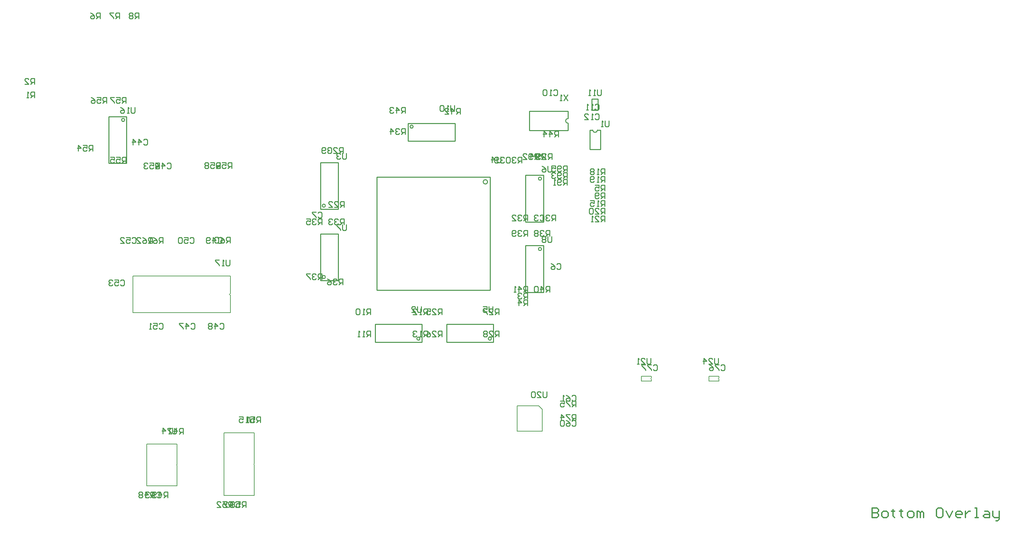
<source format=gbo>
%FSLAX25Y25*%
%MOIN*%
G70*
G01*
G75*
G04 Layer_Color=32896*
%ADD10R,0.03150X0.03543*%
%ADD11R,0.01969X0.03937*%
%ADD12O,0.01969X0.03937*%
%ADD13R,0.03543X0.03150*%
%ADD14R,0.04724X0.05512*%
%ADD15R,0.07480X0.06299*%
%ADD16O,0.01575X0.06299*%
%ADD17R,0.01575X0.06299*%
%ADD18R,0.01969X0.10630*%
%ADD19O,0.01969X0.10630*%
%ADD20R,0.08500X0.04200*%
%ADD21R,0.07500X0.42500*%
%ADD22R,0.20000X0.32500*%
%ADD23R,0.00787X0.04724*%
%ADD24O,0.00787X0.04724*%
%ADD25R,0.03937X0.01969*%
%ADD26O,0.03937X0.01969*%
%ADD27R,0.07480X0.11024*%
%ADD28C,0.00780*%
%ADD29C,0.02500*%
%ADD30C,0.01575*%
%ADD31C,0.01969*%
%ADD32C,0.00787*%
%ADD33C,0.01200*%
%ADD34C,0.03937*%
%ADD35C,0.06200*%
%ADD36C,0.07874*%
%ADD37C,0.17716*%
%ADD38R,0.05000X0.05000*%
%ADD39C,0.05000*%
%ADD40C,0.10000*%
%ADD41R,0.05906X0.05906*%
%ADD42C,0.05906*%
%ADD43C,0.11000*%
%ADD44C,0.05500*%
%ADD45R,0.05906X0.05906*%
%ADD46C,0.14000*%
%ADD47R,0.05000X0.05000*%
%ADD48C,0.08000*%
%ADD49C,0.07000*%
%ADD50R,0.08000X0.08000*%
%ADD51C,0.04331*%
%ADD52C,0.06299*%
%ADD53C,0.03000*%
%ADD54O,0.01181X0.03937*%
%ADD55R,0.01181X0.03937*%
%ADD56O,0.03150X0.00984*%
%ADD57R,0.03150X0.00984*%
%ADD58R,0.00984X0.03150*%
%ADD59O,0.07480X0.01181*%
%ADD60R,2.00000X0.06000*%
%ADD61O,0.10000X0.01181*%
%ADD62O,0.01181X0.10000*%
%ADD63O,0.01181X0.07480*%
%ADD64O,0.01772X0.05709*%
%ADD65R,0.01772X0.05709*%
%ADD66O,0.01575X0.03937*%
%ADD67R,0.01575X0.03937*%
%ADD68O,0.08000X0.02400*%
%ADD69C,0.02400*%
%ADD70C,0.01181*%
%ADD71C,0.01772*%
%ADD72C,0.00984*%
%ADD73C,0.01000*%
%ADD74C,0.00800*%
%ADD75C,0.01500*%
%ADD76R,0.08268X0.11024*%
%ADD77R,0.09449X0.09449*%
%ADD78R,0.09449X0.09449*%
%ADD79R,0.03950X0.04343*%
%ADD80R,0.02769X0.04737*%
%ADD81O,0.02769X0.04737*%
%ADD82R,0.04343X0.03950*%
%ADD83R,0.05524X0.06312*%
%ADD84R,0.08280X0.07099*%
%ADD85O,0.02375X0.07099*%
%ADD86R,0.02375X0.07099*%
%ADD87R,0.02769X0.11430*%
%ADD88O,0.02769X0.11430*%
%ADD89R,0.09300X0.05000*%
%ADD90R,0.08300X0.43300*%
%ADD91R,0.20800X0.33300*%
%ADD92R,0.01587X0.05524*%
%ADD93O,0.01587X0.05524*%
%ADD94R,0.04737X0.02769*%
%ADD95O,0.04737X0.02769*%
%ADD96R,0.08280X0.11824*%
%ADD97C,0.04737*%
%ADD98C,0.08674*%
%ADD99C,0.18517*%
%ADD100R,0.05800X0.05800*%
%ADD101C,0.05800*%
%ADD102C,0.10800*%
%ADD103R,0.06706X0.06706*%
%ADD104C,0.06706*%
%ADD105C,0.11800*%
%ADD106C,0.06300*%
%ADD107R,0.06706X0.06706*%
%ADD108C,0.14800*%
%ADD109R,0.05800X0.05800*%
%ADD110C,0.08800*%
%ADD111C,0.07800*%
%ADD112R,0.08800X0.08800*%
%ADD113C,0.05131*%
%ADD114C,0.07099*%
%ADD115C,0.03800*%
%ADD116O,0.01981X0.04737*%
%ADD117R,0.01981X0.04737*%
%ADD118O,0.03950X0.01784*%
%ADD119R,0.03950X0.01784*%
%ADD120R,0.01784X0.03950*%
%ADD121O,0.08280X0.01981*%
%ADD122R,2.00800X0.06800*%
%ADD123O,0.10800X0.01981*%
%ADD124O,0.01981X0.10800*%
%ADD125O,0.01981X0.08280*%
%ADD126O,0.02572X0.06509*%
%ADD127R,0.02572X0.06509*%
%ADD128O,0.02375X0.04737*%
%ADD129R,0.02375X0.04737*%
%ADD130O,0.08800X0.03200*%
D32*
X1520984Y796287D02*
G03*
X1520984Y795303I0J-492D01*
G01*
X1440984Y795461D02*
G03*
X1440984Y794476I0J-492D01*
G01*
X1932280Y885301D02*
G03*
X1932280Y884022I0J-640D01*
G01*
X2002279Y885301D02*
G03*
X2002279Y884022I0J-640D01*
G01*
X1496189Y972819D02*
G03*
X1496189Y971244I0J-787D01*
G01*
X1874872Y1163130D02*
G03*
X1873002Y1163130I-935J0D01*
G01*
X1489488Y763256D02*
X1520984D01*
X1489488D02*
Y828335D01*
X1520984D01*
Y796287D02*
Y828335D01*
Y763256D02*
Y795303D01*
X1409488Y773256D02*
X1440984D01*
X1409488D02*
Y816681D01*
X1440984D01*
Y795461D02*
Y816681D01*
Y773256D02*
Y794476D01*
X1819319Y830122D02*
Y852543D01*
X1793217Y830122D02*
X1819319D01*
X1793217D02*
Y856224D01*
X1815638D01*
X1819319Y852543D01*
X1922043Y882142D02*
X1932280D01*
X1922043D02*
Y887181D01*
X1932280D01*
Y885301D02*
Y887181D01*
Y882142D02*
Y884022D01*
X1992043Y882142D02*
X2002280D01*
X1992043D02*
Y887181D01*
X2002280D01*
Y885301D02*
Y887181D01*
Y882142D02*
Y884022D01*
X1395401Y952878D02*
X1496189D01*
X1395401D02*
Y991185D01*
X1496189D01*
Y972819D02*
Y991185D01*
Y952878D02*
Y971244D01*
X1873012Y1163130D02*
X1874872D01*
X1873002D02*
X1874862D01*
D33*
X2161000Y750497D02*
Y740500D01*
X2165998D01*
X2167665Y742166D01*
Y743832D01*
X2165998Y745498D01*
X2161000D01*
X2165998D01*
X2167665Y747164D01*
Y748831D01*
X2165998Y750497D01*
X2161000D01*
X2172663Y740500D02*
X2175995D01*
X2177661Y742166D01*
Y745498D01*
X2175995Y747164D01*
X2172663D01*
X2170997Y745498D01*
Y742166D01*
X2172663Y740500D01*
X2182660Y748831D02*
Y747164D01*
X2180993D01*
X2184326D01*
X2182660D01*
Y742166D01*
X2184326Y740500D01*
X2190990Y748831D02*
Y747164D01*
X2189324D01*
X2192656D01*
X2190990D01*
Y742166D01*
X2192656Y740500D01*
X2199321D02*
X2202653D01*
X2204319Y742166D01*
Y745498D01*
X2202653Y747164D01*
X2199321D01*
X2197655Y745498D01*
Y742166D01*
X2199321Y740500D01*
X2207652D02*
Y747164D01*
X2209318D01*
X2210984Y745498D01*
Y740500D01*
Y745498D01*
X2212650Y747164D01*
X2214316Y745498D01*
Y740500D01*
X2232644Y750497D02*
X2229311D01*
X2227645Y748831D01*
Y742166D01*
X2229311Y740500D01*
X2232644D01*
X2234310Y742166D01*
Y748831D01*
X2232644Y750497D01*
X2237642Y747164D02*
X2240974Y740500D01*
X2244306Y747164D01*
X2252637Y740500D02*
X2249305D01*
X2247639Y742166D01*
Y745498D01*
X2249305Y747164D01*
X2252637D01*
X2254303Y745498D01*
Y743832D01*
X2247639D01*
X2257635Y747164D02*
Y740500D01*
Y743832D01*
X2259302Y745498D01*
X2260968Y747164D01*
X2262634D01*
X2267632Y740500D02*
X2270964D01*
X2269298D01*
Y750497D01*
X2267632D01*
X2277629Y747164D02*
X2280961D01*
X2282627Y745498D01*
Y740500D01*
X2277629D01*
X2275963Y742166D01*
X2277629Y743832D01*
X2282627D01*
X2285960Y747164D02*
Y742166D01*
X2287626Y740500D01*
X2292624D01*
Y738834D01*
X2290958Y737168D01*
X2289292D01*
X2292624Y740500D02*
Y747164D01*
D73*
X1594678Y989968D02*
G03*
X1594678Y989968I-1623J0D01*
G01*
X1762682Y1088682D02*
G03*
X1762682Y1088682I-2296J0D01*
G01*
X1685592Y1145945D02*
G03*
X1685592Y1145945I-1623J0D01*
G01*
X1692655Y926055D02*
G03*
X1692655Y926055I-1623J0D01*
G01*
X1818568Y1019032D02*
G03*
X1818568Y1019032I-1623J0D01*
G01*
X1766655Y926055D02*
G03*
X1766655Y926055I-1623J0D01*
G01*
X1594678Y1063968D02*
G03*
X1594678Y1063968I-1623J0D01*
G01*
X1846000Y1154500D02*
G03*
X1846000Y1149500I0J-2500D01*
G01*
X1386796Y1152929D02*
G03*
X1386796Y1152929I-1623J0D01*
G01*
X1818568Y1092031D02*
G03*
X1818568Y1092031I-1623J0D01*
G01*
X1871500Y1142500D02*
G03*
X1876500Y1142500I2500J0D01*
G01*
X1589512Y1034850D02*
X1608016D01*
Y986425D02*
Y1034850D01*
X1589512Y986425D02*
Y1034850D01*
Y986425D02*
X1608016D01*
X1647984Y976366D02*
X1765307D01*
Y1093591D01*
X1647984Y976366D02*
Y1093591D01*
X1765307D01*
X1728850Y1130984D02*
Y1149488D01*
X1680425Y1130984D02*
X1728850D01*
X1680425Y1149488D02*
X1728850D01*
X1680425Y1130984D02*
Y1149488D01*
X1646150Y922512D02*
Y941016D01*
X1694575D01*
X1646150Y922512D02*
X1694575D01*
Y941016D01*
X1801984Y974150D02*
X1820488D01*
X1801984D02*
Y1022575D01*
X1820488Y974150D02*
Y1022575D01*
X1801984D02*
X1820488D01*
X1720150Y922512D02*
Y941016D01*
X1768575D01*
X1720150Y922512D02*
X1768575D01*
Y941016D01*
X1589512Y1108850D02*
X1608016D01*
Y1060425D02*
Y1108850D01*
X1589512Y1060425D02*
Y1108850D01*
Y1060425D02*
X1608016D01*
X1846000Y1142000D02*
Y1149500D01*
Y1154500D02*
Y1162000D01*
X1806000D02*
X1846000D01*
X1806000Y1142000D02*
Y1162000D01*
Y1142000D02*
X1846000D01*
X1370212Y1156473D02*
X1388716D01*
X1370212Y1108048D02*
X1388716D01*
Y1156473D01*
X1370212Y1108048D02*
Y1156473D01*
X1801984Y1047150D02*
X1820488D01*
X1801984D02*
Y1095575D01*
X1820488Y1047150D02*
Y1095575D01*
X1801984D02*
X1820488D01*
X1868500Y1122500D02*
X1879500D01*
Y1142500D01*
X1868500Y1122500D02*
Y1142500D01*
X1871500D01*
X1876500D02*
X1879500D01*
X1870787Y1163031D02*
X1876890D01*
X1870787D02*
X1870886Y1163130D01*
X1870787Y1163031D02*
Y1174843D01*
X1876988D01*
Y1163130D02*
Y1174843D01*
X1874872Y1163130D02*
X1876988D01*
X1596901Y1123398D02*
X1597901Y1124398D01*
X1599900D01*
X1600900Y1123398D01*
Y1119400D01*
X1599900Y1118400D01*
X1597901D01*
X1596901Y1119400D01*
X1594902D02*
X1593902Y1118400D01*
X1591903D01*
X1590903Y1119400D01*
Y1123398D01*
X1591903Y1124398D01*
X1593902D01*
X1594902Y1123398D01*
Y1122399D01*
X1593902Y1121399D01*
X1590903D01*
X1420401Y765898D02*
X1421401Y766898D01*
X1423400D01*
X1424400Y765898D01*
Y761900D01*
X1423400Y760900D01*
X1421401D01*
X1420401Y761900D01*
X1415403Y760900D02*
Y766898D01*
X1418402Y763899D01*
X1414403D01*
X1412404Y765898D02*
X1411404Y766898D01*
X1409405D01*
X1408405Y765898D01*
Y764899D01*
X1409405Y763899D01*
X1410404D01*
X1409405D01*
X1408405Y762899D01*
Y761900D01*
X1409405Y760900D01*
X1411404D01*
X1412404Y761900D01*
X1447400Y826900D02*
Y832898D01*
X1444401D01*
X1443401Y831898D01*
Y829899D01*
X1444401Y828899D01*
X1447400D01*
X1445401D02*
X1443401Y826900D01*
X1438403D02*
Y832898D01*
X1441402Y829899D01*
X1437403D01*
X1435404Y832898D02*
X1431405D01*
Y831898D01*
X1435404Y827900D01*
Y826900D01*
X1527400Y838900D02*
Y844898D01*
X1524401D01*
X1523401Y843898D01*
Y841899D01*
X1524401Y840899D01*
X1527400D01*
X1525401D02*
X1523401Y838900D01*
X1517403Y844898D02*
X1521402D01*
Y841899D01*
X1519403Y842899D01*
X1518403D01*
X1517403Y841899D01*
Y839900D01*
X1518403Y838900D01*
X1520402D01*
X1521402Y839900D01*
X1515404Y838900D02*
X1513404D01*
X1514404D01*
Y844898D01*
X1515404Y843898D01*
X1501401Y755898D02*
X1502401Y756898D01*
X1504400D01*
X1505400Y755898D01*
Y751900D01*
X1504400Y750900D01*
X1502401D01*
X1501401Y751900D01*
X1496403Y750900D02*
Y756898D01*
X1499402Y753899D01*
X1495403D01*
X1489405Y750900D02*
X1493404D01*
X1489405Y754899D01*
Y755898D01*
X1490405Y756898D01*
X1492404D01*
X1493404Y755898D01*
X1498400Y750900D02*
Y756898D01*
X1495401D01*
X1494401Y755898D01*
Y753899D01*
X1495401Y752899D01*
X1498400D01*
X1496401D02*
X1494401Y750900D01*
X1488403Y756898D02*
X1492402D01*
Y753899D01*
X1490403Y754899D01*
X1489403D01*
X1488403Y753899D01*
Y751900D01*
X1489403Y750900D01*
X1491402D01*
X1492402Y751900D01*
X1482405Y750900D02*
X1486404D01*
X1482405Y754899D01*
Y755898D01*
X1483405Y756898D01*
X1485404D01*
X1486404Y755898D01*
X1512400Y750900D02*
Y756898D01*
X1509401D01*
X1508401Y755898D01*
Y753899D01*
X1509401Y752899D01*
X1512400D01*
X1510401D02*
X1508401Y750900D01*
X1502403Y756898D02*
X1506402D01*
Y753899D01*
X1504403Y754899D01*
X1503403D01*
X1502403Y753899D01*
Y751900D01*
X1503403Y750900D01*
X1505402D01*
X1506402Y751900D01*
X1500404Y755898D02*
X1499404Y756898D01*
X1497405D01*
X1496405Y755898D01*
Y751900D01*
X1497405Y750900D01*
X1499404D01*
X1500404Y751900D01*
Y755898D01*
X2001700Y905598D02*
Y900600D01*
X2000700Y899600D01*
X1998701D01*
X1997701Y900600D01*
Y905598D01*
X1991703Y899600D02*
X1995702D01*
X1991703Y903599D01*
Y904598D01*
X1992703Y905598D01*
X1994702D01*
X1995702Y904598D01*
X1986705Y899600D02*
Y905598D01*
X1989704Y902599D01*
X1985705D01*
X1931700Y905598D02*
Y900600D01*
X1930700Y899600D01*
X1928701D01*
X1927701Y900600D01*
Y905598D01*
X1921703Y899600D02*
X1925702D01*
X1921703Y903599D01*
Y904598D01*
X1922703Y905598D01*
X1924702D01*
X1925702Y904598D01*
X1919704Y899600D02*
X1917705D01*
X1918704D01*
Y905598D01*
X1919704Y904598D01*
X1824000Y870898D02*
Y865900D01*
X1823000Y864900D01*
X1821001D01*
X1820001Y865900D01*
Y870898D01*
X1814003Y864900D02*
X1818002D01*
X1814003Y868899D01*
Y869898D01*
X1815003Y870898D01*
X1817002D01*
X1818002Y869898D01*
X1812004D02*
X1811004Y870898D01*
X1809005D01*
X1808005Y869898D01*
Y865900D01*
X1809005Y864900D01*
X1811004D01*
X1812004Y865900D01*
Y869898D01*
X1844900Y1099400D02*
Y1105398D01*
X1841901D01*
X1840901Y1104398D01*
Y1102399D01*
X1841901Y1101399D01*
X1844900D01*
X1842901D02*
X1840901Y1099400D01*
X1838902Y1100400D02*
X1837902Y1099400D01*
X1835903D01*
X1834903Y1100400D01*
Y1104398D01*
X1835903Y1105398D01*
X1837902D01*
X1838902Y1104398D01*
Y1103399D01*
X1837902Y1102399D01*
X1834903D01*
X1828905Y1105398D02*
X1832904D01*
Y1102399D01*
X1830905Y1103399D01*
X1829905D01*
X1828905Y1102399D01*
Y1100400D01*
X1829905Y1099400D01*
X1831904D01*
X1832904Y1100400D01*
X1822400Y1111900D02*
Y1117898D01*
X1819401D01*
X1818401Y1116898D01*
Y1114899D01*
X1819401Y1113899D01*
X1822400D01*
X1820401D02*
X1818401Y1111900D01*
X1816402Y1112900D02*
X1815402Y1111900D01*
X1813403D01*
X1812403Y1112900D01*
Y1116898D01*
X1813403Y1117898D01*
X1815402D01*
X1816402Y1116898D01*
Y1115899D01*
X1815402Y1114899D01*
X1812403D01*
X1807405Y1111900D02*
Y1117898D01*
X1810404Y1114899D01*
X1806405D01*
X1844900Y1092400D02*
Y1098398D01*
X1841901D01*
X1840901Y1097398D01*
Y1095399D01*
X1841901Y1094399D01*
X1844900D01*
X1842901D02*
X1840901Y1092400D01*
X1838902Y1093400D02*
X1837902Y1092400D01*
X1835903D01*
X1834903Y1093400D01*
Y1097398D01*
X1835903Y1098398D01*
X1837902D01*
X1838902Y1097398D01*
Y1096399D01*
X1837902Y1095399D01*
X1834903D01*
X1832904Y1097398D02*
X1831904Y1098398D01*
X1829905D01*
X1828905Y1097398D01*
Y1096399D01*
X1829905Y1095399D01*
X1830905D01*
X1829905D01*
X1828905Y1094399D01*
Y1093400D01*
X1829905Y1092400D01*
X1831904D01*
X1832904Y1093400D01*
X1815400Y1111900D02*
Y1117898D01*
X1812401D01*
X1811401Y1116898D01*
Y1114899D01*
X1812401Y1113899D01*
X1815400D01*
X1813401D02*
X1811401Y1111900D01*
X1809402Y1112900D02*
X1808402Y1111900D01*
X1806403D01*
X1805403Y1112900D01*
Y1116898D01*
X1806403Y1117898D01*
X1808402D01*
X1809402Y1116898D01*
Y1115899D01*
X1808402Y1114899D01*
X1805403D01*
X1799405Y1111900D02*
X1803404D01*
X1799405Y1115899D01*
Y1116898D01*
X1800405Y1117898D01*
X1802404D01*
X1803404Y1116898D01*
X1934401Y897898D02*
X1935401Y898898D01*
X1937400D01*
X1938400Y897898D01*
Y893900D01*
X1937400Y892900D01*
X1935401D01*
X1934401Y893900D01*
X1932402Y898898D02*
X1928403D01*
Y897898D01*
X1932402Y893900D01*
Y892900D01*
X1926404Y898898D02*
X1922405D01*
Y897898D01*
X1926404Y893900D01*
Y892900D01*
X2004401Y897898D02*
X2005401Y898898D01*
X2007400D01*
X2008400Y897898D01*
Y893900D01*
X2007400Y892900D01*
X2005401D01*
X2004401Y893900D01*
X2002402Y898898D02*
X1998403D01*
Y897898D01*
X2002402Y893900D01*
Y892900D01*
X1992405Y898898D02*
X1994404Y897898D01*
X1996404Y895899D01*
Y893900D01*
X1995404Y892900D01*
X1993405D01*
X1992405Y893900D01*
Y894899D01*
X1993405Y895899D01*
X1996404D01*
X1495600Y1007798D02*
Y1002800D01*
X1494600Y1001800D01*
X1492601D01*
X1491601Y1002800D01*
Y1007798D01*
X1489602Y1001800D02*
X1487603D01*
X1488602D01*
Y1007798D01*
X1489602Y1006798D01*
X1484604Y1007798D02*
X1480605D01*
Y1006798D01*
X1484604Y1002800D01*
Y1001800D01*
X1497522Y1102563D02*
Y1108561D01*
X1494523D01*
X1493524Y1107561D01*
Y1105562D01*
X1494523Y1104562D01*
X1497522D01*
X1495523D02*
X1493524Y1102563D01*
X1487525Y1108561D02*
X1491524D01*
Y1105562D01*
X1489525Y1106561D01*
X1488525D01*
X1487525Y1105562D01*
Y1103562D01*
X1488525Y1102563D01*
X1490524D01*
X1491524Y1103562D01*
X1485526D02*
X1484526Y1102563D01*
X1482527D01*
X1481527Y1103562D01*
Y1107561D01*
X1482527Y1108561D01*
X1484526D01*
X1485526Y1107561D01*
Y1106561D01*
X1484526Y1105562D01*
X1481527D01*
X1485522Y1102563D02*
Y1108561D01*
X1482523D01*
X1481524Y1107561D01*
Y1105562D01*
X1482523Y1104562D01*
X1485522D01*
X1483523D02*
X1481524Y1102563D01*
X1475525Y1108561D02*
X1479524D01*
Y1105562D01*
X1477525Y1106561D01*
X1476525D01*
X1475525Y1105562D01*
Y1103562D01*
X1476525Y1102563D01*
X1478524D01*
X1479524Y1103562D01*
X1473526Y1107561D02*
X1472526Y1108561D01*
X1470527D01*
X1469527Y1107561D01*
Y1106561D01*
X1470527Y1105562D01*
X1469527Y1104562D01*
Y1103562D01*
X1470527Y1102563D01*
X1472526D01*
X1473526Y1103562D01*
Y1104562D01*
X1472526Y1105562D01*
X1473526Y1106561D01*
Y1107561D01*
X1472526Y1105562D02*
X1470527D01*
X1388100Y1170300D02*
Y1176298D01*
X1385101D01*
X1384101Y1175298D01*
Y1173299D01*
X1385101Y1172299D01*
X1388100D01*
X1386101D02*
X1384101Y1170300D01*
X1378103Y1176298D02*
X1382102D01*
Y1173299D01*
X1380103Y1174299D01*
X1379103D01*
X1378103Y1173299D01*
Y1171300D01*
X1379103Y1170300D01*
X1381102D01*
X1382102Y1171300D01*
X1376104Y1176298D02*
X1372105D01*
Y1175298D01*
X1376104Y1171300D01*
Y1170300D01*
X1883900Y1055400D02*
Y1061398D01*
X1880901D01*
X1879901Y1060398D01*
Y1058399D01*
X1880901Y1057399D01*
X1883900D01*
X1881901D02*
X1879901Y1055400D01*
X1873903D02*
X1877902D01*
X1873903Y1059399D01*
Y1060398D01*
X1874903Y1061398D01*
X1876902D01*
X1877902Y1060398D01*
X1871904D02*
X1870904Y1061398D01*
X1868905D01*
X1867905Y1060398D01*
Y1056400D01*
X1868905Y1055400D01*
X1870904D01*
X1871904Y1056400D01*
Y1060398D01*
X1361400Y1257900D02*
Y1263898D01*
X1358401D01*
X1357401Y1262898D01*
Y1260899D01*
X1358401Y1259899D01*
X1361400D01*
X1359401D02*
X1357401Y1257900D01*
X1351403Y1263898D02*
X1353403Y1262898D01*
X1355402Y1260899D01*
Y1258900D01*
X1354402Y1257900D01*
X1352403D01*
X1351403Y1258900D01*
Y1259899D01*
X1352403Y1260899D01*
X1355402D01*
X1454401Y1029898D02*
X1455401Y1030898D01*
X1457400D01*
X1458400Y1029898D01*
Y1025900D01*
X1457400Y1024900D01*
X1455401D01*
X1454401Y1025900D01*
X1448403Y1030898D02*
X1452402D01*
Y1027899D01*
X1450403Y1028899D01*
X1449403D01*
X1448403Y1027899D01*
Y1025900D01*
X1449403Y1024900D01*
X1451402D01*
X1452402Y1025900D01*
X1446404Y1029898D02*
X1445404Y1030898D01*
X1443405D01*
X1442405Y1029898D01*
Y1025900D01*
X1443405Y1024900D01*
X1445404D01*
X1446404Y1025900D01*
Y1029898D01*
X1394401D02*
X1395401Y1030898D01*
X1397400D01*
X1398400Y1029898D01*
Y1025900D01*
X1397400Y1024900D01*
X1395401D01*
X1394401Y1025900D01*
X1388403Y1030898D02*
X1392402D01*
Y1027899D01*
X1390403Y1028899D01*
X1389403D01*
X1388403Y1027899D01*
Y1025900D01*
X1389403Y1024900D01*
X1391402D01*
X1392402Y1025900D01*
X1382405Y1024900D02*
X1386404D01*
X1382405Y1028899D01*
Y1029898D01*
X1383405Y1030898D01*
X1385404D01*
X1386404Y1029898D01*
X1430523Y1107461D02*
X1431523Y1108461D01*
X1433523D01*
X1434522Y1107461D01*
Y1103462D01*
X1433523Y1102463D01*
X1431523D01*
X1430523Y1103462D01*
X1425525Y1102463D02*
Y1108461D01*
X1428524Y1105462D01*
X1424525D01*
X1418527Y1108461D02*
X1420527Y1107461D01*
X1422526Y1105462D01*
Y1103462D01*
X1421526Y1102463D01*
X1419527D01*
X1418527Y1103462D01*
Y1104462D01*
X1419527Y1105462D01*
X1422526D01*
X1406401Y1131898D02*
X1407401Y1132898D01*
X1409400D01*
X1410400Y1131898D01*
Y1127900D01*
X1409400Y1126900D01*
X1407401D01*
X1406401Y1127900D01*
X1401403Y1126900D02*
Y1132898D01*
X1404402Y1129899D01*
X1400403D01*
X1395405Y1126900D02*
Y1132898D01*
X1398404Y1129899D01*
X1394405D01*
X1483401Y1029898D02*
X1484401Y1030898D01*
X1486400D01*
X1487400Y1029898D01*
Y1025900D01*
X1486400Y1024900D01*
X1484401D01*
X1483401Y1025900D01*
X1478403Y1024900D02*
Y1030898D01*
X1481402Y1027899D01*
X1477403D01*
X1475404Y1025900D02*
X1474404Y1024900D01*
X1472405D01*
X1471405Y1025900D01*
Y1029898D01*
X1472405Y1030898D01*
X1474404D01*
X1475404Y1029898D01*
Y1028899D01*
X1474404Y1027899D01*
X1471405D01*
X1422401Y940898D02*
X1423401Y941898D01*
X1425400D01*
X1426400Y940898D01*
Y936900D01*
X1425400Y935900D01*
X1423401D01*
X1422401Y936900D01*
X1416403Y941898D02*
X1420402D01*
Y938899D01*
X1418403Y939899D01*
X1417403D01*
X1416403Y938899D01*
Y936900D01*
X1417403Y935900D01*
X1419402D01*
X1420402Y936900D01*
X1414404Y935900D02*
X1412405D01*
X1413404D01*
Y941898D01*
X1414404Y940898D01*
X1485401D02*
X1486401Y941898D01*
X1488400D01*
X1489400Y940898D01*
Y936900D01*
X1488400Y935900D01*
X1486401D01*
X1485401Y936900D01*
X1480403Y935900D02*
Y941898D01*
X1483402Y938899D01*
X1479403D01*
X1477404Y940898D02*
X1476404Y941898D01*
X1474405D01*
X1473405Y940898D01*
Y939899D01*
X1474405Y938899D01*
X1473405Y937899D01*
Y936900D01*
X1474405Y935900D01*
X1476404D01*
X1477404Y936900D01*
Y937899D01*
X1476404Y938899D01*
X1477404Y939899D01*
Y940898D01*
X1476404Y938899D02*
X1474405D01*
X1455401Y940898D02*
X1456401Y941898D01*
X1458400D01*
X1459400Y940898D01*
Y936900D01*
X1458400Y935900D01*
X1456401D01*
X1455401Y936900D01*
X1450403Y935900D02*
Y941898D01*
X1453402Y938899D01*
X1449403D01*
X1447404Y941898D02*
X1443405D01*
Y940898D01*
X1447404Y936900D01*
Y935900D01*
X1368100Y1170300D02*
Y1176298D01*
X1365101D01*
X1364101Y1175298D01*
Y1173299D01*
X1365101Y1172299D01*
X1368100D01*
X1366101D02*
X1364101Y1170300D01*
X1358103Y1176298D02*
X1362102D01*
Y1173299D01*
X1360103Y1174299D01*
X1359103D01*
X1358103Y1173299D01*
Y1171300D01*
X1359103Y1170300D01*
X1361102D01*
X1362102Y1171300D01*
X1352105Y1176298D02*
X1354105Y1175298D01*
X1356104Y1173299D01*
Y1171300D01*
X1355104Y1170300D01*
X1353105D01*
X1352105Y1171300D01*
Y1172299D01*
X1353105Y1173299D01*
X1356104D01*
X1388100Y1108300D02*
Y1114298D01*
X1385101D01*
X1384101Y1113298D01*
Y1111299D01*
X1385101Y1110299D01*
X1388100D01*
X1386101D02*
X1384101Y1108300D01*
X1378103Y1114298D02*
X1382102D01*
Y1111299D01*
X1380103Y1112299D01*
X1379103D01*
X1378103Y1111299D01*
Y1109300D01*
X1379103Y1108300D01*
X1381102D01*
X1382102Y1109300D01*
X1372105Y1114298D02*
X1376104D01*
Y1111299D01*
X1374104Y1112299D01*
X1373105D01*
X1372105Y1111299D01*
Y1109300D01*
X1373105Y1108300D01*
X1375104D01*
X1376104Y1109300D01*
X1353600Y1120800D02*
Y1126798D01*
X1350601D01*
X1349601Y1125798D01*
Y1123799D01*
X1350601Y1122799D01*
X1353600D01*
X1351601D02*
X1349601Y1120800D01*
X1343603Y1126798D02*
X1347602D01*
Y1123799D01*
X1345603Y1124799D01*
X1344603D01*
X1343603Y1123799D01*
Y1121800D01*
X1344603Y1120800D01*
X1346602D01*
X1347602Y1121800D01*
X1338605Y1120800D02*
Y1126798D01*
X1341604Y1123799D01*
X1337605D01*
X1520400Y844998D02*
Y840000D01*
X1519400Y839000D01*
X1517401D01*
X1516401Y840000D01*
Y844998D01*
X1514402Y839000D02*
X1512403D01*
X1513402D01*
Y844998D01*
X1514402Y843998D01*
X1505405Y844998D02*
X1509404D01*
Y841999D01*
X1507404Y842999D01*
X1506404D01*
X1505405Y841999D01*
Y840000D01*
X1506404Y839000D01*
X1508404D01*
X1509404Y840000D01*
X1844900Y1085400D02*
Y1091398D01*
X1841901D01*
X1840901Y1090398D01*
Y1088399D01*
X1841901Y1087399D01*
X1844900D01*
X1842901D02*
X1840901Y1085400D01*
X1838902Y1086400D02*
X1837902Y1085400D01*
X1835903D01*
X1834903Y1086400D01*
Y1090398D01*
X1835903Y1091398D01*
X1837902D01*
X1838902Y1090398D01*
Y1089399D01*
X1837902Y1088399D01*
X1834903D01*
X1832904Y1085400D02*
X1830905D01*
X1831904D01*
Y1091398D01*
X1832904Y1090398D01*
X1422522Y1102463D02*
Y1108461D01*
X1419523D01*
X1418524Y1107461D01*
Y1105462D01*
X1419523Y1104462D01*
X1422522D01*
X1420523D02*
X1418524Y1102463D01*
X1412525Y1108461D02*
X1416524D01*
Y1105462D01*
X1414525Y1106461D01*
X1413525D01*
X1412525Y1105462D01*
Y1103462D01*
X1413525Y1102463D01*
X1415524D01*
X1416524Y1103462D01*
X1410526Y1107461D02*
X1409526Y1108461D01*
X1407527D01*
X1406527Y1107461D01*
Y1106461D01*
X1407527Y1105462D01*
X1408527D01*
X1407527D01*
X1406527Y1104462D01*
Y1103462D01*
X1407527Y1102463D01*
X1409526D01*
X1410526Y1103462D01*
X1853900Y841400D02*
Y847398D01*
X1850901D01*
X1849901Y846398D01*
Y844399D01*
X1850901Y843399D01*
X1853900D01*
X1851901D02*
X1849901Y841400D01*
X1847902Y847398D02*
X1843903D01*
Y846398D01*
X1847902Y842400D01*
Y841400D01*
X1838905D02*
Y847398D01*
X1841904Y844399D01*
X1837905D01*
X1431400Y760900D02*
Y766898D01*
X1428401D01*
X1427401Y765898D01*
Y763899D01*
X1428401Y762899D01*
X1431400D01*
X1429401D02*
X1427401Y760900D01*
X1422403D02*
Y766898D01*
X1425402Y763899D01*
X1421403D01*
X1419404Y761900D02*
X1418404Y760900D01*
X1416405D01*
X1415405Y761900D01*
Y765898D01*
X1416405Y766898D01*
X1418404D01*
X1419404Y765898D01*
Y764899D01*
X1418404Y763899D01*
X1415405D01*
X1417400Y760900D02*
Y766898D01*
X1414401D01*
X1413401Y765898D01*
Y763899D01*
X1414401Y762899D01*
X1417400D01*
X1415401D02*
X1413401Y760900D01*
X1408403D02*
Y766898D01*
X1411402Y763899D01*
X1407403D01*
X1405404Y765898D02*
X1404404Y766898D01*
X1402405D01*
X1401405Y765898D01*
Y764899D01*
X1402405Y763899D01*
X1401405Y762899D01*
Y761900D01*
X1402405Y760900D01*
X1404404D01*
X1405404Y761900D01*
Y762899D01*
X1404404Y763899D01*
X1405404Y764899D01*
Y765898D01*
X1404404Y763899D02*
X1402405D01*
X1816901Y1053398D02*
X1817901Y1054398D01*
X1819900D01*
X1820900Y1053398D01*
Y1049400D01*
X1819900Y1048400D01*
X1817901D01*
X1816901Y1049400D01*
X1814902Y1053398D02*
X1813902Y1054398D01*
X1811903D01*
X1810903Y1053398D01*
Y1052399D01*
X1811903Y1051399D01*
X1812903D01*
X1811903D01*
X1810903Y1050399D01*
Y1049400D01*
X1811903Y1048400D01*
X1813902D01*
X1814902Y1049400D01*
X1834401Y1002898D02*
X1835401Y1003898D01*
X1837400D01*
X1838400Y1002898D01*
Y998900D01*
X1837400Y997900D01*
X1835401D01*
X1834401Y998900D01*
X1828403Y1003898D02*
X1830403Y1002898D01*
X1832402Y1000899D01*
Y998900D01*
X1831402Y997900D01*
X1829403D01*
X1828403Y998900D01*
Y999899D01*
X1829403Y1000899D01*
X1832402D01*
X1586901Y1056398D02*
X1587901Y1057398D01*
X1589900D01*
X1590900Y1056398D01*
Y1052400D01*
X1589900Y1051400D01*
X1587901D01*
X1586901Y1052400D01*
X1584902Y1057398D02*
X1580903D01*
Y1056398D01*
X1584902Y1052400D01*
Y1051400D01*
X1830901Y1183398D02*
X1831901Y1184398D01*
X1833900D01*
X1834900Y1183398D01*
Y1179400D01*
X1833900Y1178400D01*
X1831901D01*
X1830901Y1179400D01*
X1828902Y1178400D02*
X1826903D01*
X1827902D01*
Y1184398D01*
X1828902Y1183398D01*
X1823904D02*
X1822904Y1184398D01*
X1820905D01*
X1819905Y1183398D01*
Y1179400D01*
X1820905Y1178400D01*
X1822904D01*
X1823904Y1179400D01*
Y1183398D01*
X1873901Y1168398D02*
X1874901Y1169398D01*
X1876900D01*
X1877900Y1168398D01*
Y1164400D01*
X1876900Y1163400D01*
X1874901D01*
X1873901Y1164400D01*
X1871902Y1163400D02*
X1869903D01*
X1870902D01*
Y1169398D01*
X1871902Y1168398D01*
X1866904Y1163400D02*
X1864904D01*
X1865904D01*
Y1169398D01*
X1866904Y1168398D01*
X1873901Y1158398D02*
X1874901Y1159398D01*
X1876900D01*
X1877900Y1158398D01*
Y1154400D01*
X1876900Y1153400D01*
X1874901D01*
X1873901Y1154400D01*
X1871902Y1153400D02*
X1869903D01*
X1870902D01*
Y1159398D01*
X1871902Y1158398D01*
X1862905Y1153400D02*
X1866904D01*
X1862905Y1157399D01*
Y1158398D01*
X1863905Y1159398D01*
X1865904D01*
X1866904Y1158398D01*
X1781901Y1113398D02*
X1782901Y1114398D01*
X1784900D01*
X1785900Y1113398D01*
Y1109400D01*
X1784900Y1108400D01*
X1782901D01*
X1781901Y1109400D01*
X1779902Y1113398D02*
X1778902Y1114398D01*
X1776903D01*
X1775903Y1113398D01*
Y1112399D01*
X1776903Y1111399D01*
X1777903D01*
X1776903D01*
X1775903Y1110399D01*
Y1109400D01*
X1776903Y1108400D01*
X1778902D01*
X1779902Y1109400D01*
X1773904D02*
X1772904Y1108400D01*
X1770905D01*
X1769905Y1109400D01*
Y1113398D01*
X1770905Y1114398D01*
X1772904D01*
X1773904Y1113398D01*
Y1112399D01*
X1772904Y1111399D01*
X1769905D01*
X1293400Y1175900D02*
Y1181898D01*
X1290401D01*
X1289401Y1180898D01*
Y1178899D01*
X1290401Y1177899D01*
X1293400D01*
X1291401D02*
X1289401Y1175900D01*
X1287402D02*
X1285403D01*
X1286402D01*
Y1181898D01*
X1287402Y1180898D01*
X1293400Y1189900D02*
Y1195898D01*
X1290401D01*
X1289401Y1194898D01*
Y1192899D01*
X1290401Y1191899D01*
X1293400D01*
X1291401D02*
X1289401Y1189900D01*
X1283403D02*
X1287402D01*
X1283403Y1193899D01*
Y1194898D01*
X1284403Y1195898D01*
X1286402D01*
X1287402Y1194898D01*
X1803900Y967400D02*
Y973398D01*
X1800901D01*
X1799901Y972398D01*
Y970399D01*
X1800901Y969399D01*
X1803900D01*
X1801901D02*
X1799901Y967400D01*
X1797902Y972398D02*
X1796902Y973398D01*
X1794903D01*
X1793903Y972398D01*
Y971399D01*
X1794903Y970399D01*
X1795903D01*
X1794903D01*
X1793903Y969399D01*
Y968400D01*
X1794903Y967400D01*
X1796902D01*
X1797902Y968400D01*
X1803900Y960400D02*
Y966398D01*
X1800901D01*
X1799901Y965398D01*
Y963399D01*
X1800901Y962399D01*
X1803900D01*
X1801901D02*
X1799901Y960400D01*
X1794903D02*
Y966398D01*
X1797902Y963399D01*
X1793903D01*
X1381400Y1257900D02*
Y1263898D01*
X1378401D01*
X1377401Y1262898D01*
Y1260899D01*
X1378401Y1259899D01*
X1381400D01*
X1379401D02*
X1377401Y1257900D01*
X1375402Y1263898D02*
X1371403D01*
Y1262898D01*
X1375402Y1258900D01*
Y1257900D01*
X1401400D02*
Y1263898D01*
X1398401D01*
X1397401Y1262898D01*
Y1260899D01*
X1398401Y1259899D01*
X1401400D01*
X1399401D02*
X1397401Y1257900D01*
X1395402Y1262898D02*
X1394402Y1263898D01*
X1392403D01*
X1391403Y1262898D01*
Y1261899D01*
X1392403Y1260899D01*
X1391403Y1259899D01*
Y1258900D01*
X1392403Y1257900D01*
X1394402D01*
X1395402Y1258900D01*
Y1259899D01*
X1394402Y1260899D01*
X1395402Y1261899D01*
Y1262898D01*
X1394402Y1260899D02*
X1392403D01*
X1700400Y950900D02*
Y956898D01*
X1697401D01*
X1696401Y955898D01*
Y953899D01*
X1697401Y952899D01*
X1700400D01*
X1698401D02*
X1696401Y950900D01*
X1694402D02*
X1692403D01*
X1693402D01*
Y956898D01*
X1694402Y955898D01*
X1685405Y950900D02*
X1689404D01*
X1685405Y954899D01*
Y955898D01*
X1686404Y956898D01*
X1688404D01*
X1689404Y955898D01*
X1700400Y927900D02*
Y933898D01*
X1697401D01*
X1696401Y932898D01*
Y930899D01*
X1697401Y929899D01*
X1700400D01*
X1698401D02*
X1696401Y927900D01*
X1694402D02*
X1692403D01*
X1693402D01*
Y933898D01*
X1694402Y932898D01*
X1689404D02*
X1688404Y933898D01*
X1686404D01*
X1685405Y932898D01*
Y931899D01*
X1686404Y930899D01*
X1687404D01*
X1686404D01*
X1685405Y929899D01*
Y928900D01*
X1686404Y927900D01*
X1688404D01*
X1689404Y928900D01*
X1883945Y1063400D02*
Y1069398D01*
X1880946D01*
X1879946Y1068398D01*
Y1066399D01*
X1880946Y1065399D01*
X1883945D01*
X1881945D02*
X1879946Y1063400D01*
X1877947D02*
X1875948D01*
X1876947D01*
Y1069398D01*
X1877947Y1068398D01*
X1868950Y1069398D02*
X1872948D01*
Y1066399D01*
X1870949Y1067399D01*
X1869949D01*
X1868950Y1066399D01*
Y1064400D01*
X1869949Y1063400D01*
X1871949D01*
X1872948Y1064400D01*
X1613930Y1062345D02*
Y1068343D01*
X1610931D01*
X1609931Y1067343D01*
Y1065344D01*
X1610931Y1064344D01*
X1613930D01*
X1611931D02*
X1609931Y1062345D01*
X1603933D02*
X1607932D01*
X1603933Y1066344D01*
Y1067343D01*
X1604933Y1068343D01*
X1606932D01*
X1607932Y1067343D01*
X1597935Y1062345D02*
X1601934D01*
X1597935Y1066344D01*
Y1067343D01*
X1598935Y1068343D01*
X1600934D01*
X1601934Y1067343D01*
X1883900Y1096400D02*
Y1102398D01*
X1880901D01*
X1879901Y1101398D01*
Y1099399D01*
X1880901Y1098399D01*
X1883900D01*
X1881901D02*
X1879901Y1096400D01*
X1877902D02*
X1875903D01*
X1876902D01*
Y1102398D01*
X1877902Y1101398D01*
X1872904D02*
X1871904Y1102398D01*
X1869905D01*
X1868905Y1101398D01*
Y1100399D01*
X1869905Y1099399D01*
X1868905Y1098399D01*
Y1097400D01*
X1869905Y1096400D01*
X1871904D01*
X1872904Y1097400D01*
Y1098399D01*
X1871904Y1099399D01*
X1872904Y1100399D01*
Y1101398D01*
X1871904Y1099399D02*
X1869905D01*
X1612930Y1118345D02*
Y1124343D01*
X1609931D01*
X1608931Y1123343D01*
Y1121344D01*
X1609931Y1120344D01*
X1612930D01*
X1610931D02*
X1608931Y1118345D01*
X1602933D02*
X1606932D01*
X1602933Y1122344D01*
Y1123343D01*
X1603933Y1124343D01*
X1605932D01*
X1606932Y1123343D01*
X1600934D02*
X1599934Y1124343D01*
X1597935D01*
X1596935Y1123343D01*
Y1122344D01*
X1597935Y1121344D01*
X1598934D01*
X1597935D01*
X1596935Y1120344D01*
Y1119345D01*
X1597935Y1118345D01*
X1599934D01*
X1600934Y1119345D01*
X1883945Y1088400D02*
Y1094398D01*
X1880946D01*
X1879946Y1093398D01*
Y1091399D01*
X1880946Y1090399D01*
X1883945D01*
X1881945D02*
X1879946Y1088400D01*
X1877947D02*
X1875948D01*
X1876947D01*
Y1094398D01*
X1877947Y1093398D01*
X1872948Y1089400D02*
X1871949Y1088400D01*
X1869949D01*
X1868950Y1089400D01*
Y1093398D01*
X1869949Y1094398D01*
X1871949D01*
X1872948Y1093398D01*
Y1092399D01*
X1871949Y1091399D01*
X1868950D01*
X1883900Y1047400D02*
Y1053398D01*
X1880901D01*
X1879901Y1052398D01*
Y1050399D01*
X1880901Y1049399D01*
X1883900D01*
X1881901D02*
X1879901Y1047400D01*
X1873903D02*
X1877902D01*
X1873903Y1051399D01*
Y1052398D01*
X1874903Y1053398D01*
X1876902D01*
X1877902Y1052398D01*
X1871904Y1047400D02*
X1869905D01*
X1870904D01*
Y1053398D01*
X1871904Y1052398D01*
X1774400Y950900D02*
Y956898D01*
X1771401D01*
X1770401Y955898D01*
Y953899D01*
X1771401Y952899D01*
X1774400D01*
X1772401D02*
X1770401Y950900D01*
X1764403D02*
X1768402D01*
X1764403Y954899D01*
Y955898D01*
X1765403Y956898D01*
X1767402D01*
X1768402Y955898D01*
X1762404Y956898D02*
X1758405D01*
Y955898D01*
X1762404Y951900D01*
Y950900D01*
X1774400Y927900D02*
Y933898D01*
X1771401D01*
X1770401Y932898D01*
Y930899D01*
X1771401Y929899D01*
X1774400D01*
X1772401D02*
X1770401Y927900D01*
X1764403D02*
X1768402D01*
X1764403Y931899D01*
Y932898D01*
X1765403Y933898D01*
X1767402D01*
X1768402Y932898D01*
X1762404D02*
X1761404Y933898D01*
X1759405D01*
X1758405Y932898D01*
Y931899D01*
X1759405Y930899D01*
X1758405Y929899D01*
Y928900D01*
X1759405Y927900D01*
X1761404D01*
X1762404Y928900D01*
Y929899D01*
X1761404Y930899D01*
X1762404Y931899D01*
Y932898D01*
X1761404Y930899D02*
X1759405D01*
X1829400Y1111900D02*
Y1117898D01*
X1826401D01*
X1825401Y1116898D01*
Y1114899D01*
X1826401Y1113899D01*
X1829400D01*
X1827401D02*
X1825401Y1111900D01*
X1819403D02*
X1823402D01*
X1819403Y1115899D01*
Y1116898D01*
X1820403Y1117898D01*
X1822402D01*
X1823402Y1116898D01*
X1817404Y1112900D02*
X1816404Y1111900D01*
X1814405D01*
X1813405Y1112900D01*
Y1116898D01*
X1814405Y1117898D01*
X1816404D01*
X1817404Y1116898D01*
Y1115899D01*
X1816404Y1114899D01*
X1813405D01*
X1797900Y1108400D02*
Y1114398D01*
X1794901D01*
X1793901Y1113398D01*
Y1111399D01*
X1794901Y1110399D01*
X1797900D01*
X1795901D02*
X1793901Y1108400D01*
X1791902Y1113398D02*
X1790902Y1114398D01*
X1788903D01*
X1787903Y1113398D01*
Y1112399D01*
X1788903Y1111399D01*
X1789903D01*
X1788903D01*
X1787903Y1110399D01*
Y1109400D01*
X1788903Y1108400D01*
X1790902D01*
X1791902Y1109400D01*
X1785904Y1113398D02*
X1784904Y1114398D01*
X1782905D01*
X1781905Y1113398D01*
Y1109400D01*
X1782905Y1108400D01*
X1784904D01*
X1785904Y1109400D01*
Y1113398D01*
X1832900Y1048400D02*
Y1054398D01*
X1829901D01*
X1828901Y1053398D01*
Y1051399D01*
X1829901Y1050399D01*
X1832900D01*
X1830901D02*
X1828901Y1048400D01*
X1826902Y1053398D02*
X1825902Y1054398D01*
X1823903D01*
X1822903Y1053398D01*
Y1052399D01*
X1823903Y1051399D01*
X1824903D01*
X1823903D01*
X1822903Y1050399D01*
Y1049400D01*
X1823903Y1048400D01*
X1825902D01*
X1826902Y1049400D01*
X1820904Y1048400D02*
X1818904D01*
X1819904D01*
Y1054398D01*
X1820904Y1053398D01*
X1803900Y1048400D02*
Y1054398D01*
X1800901D01*
X1799901Y1053398D01*
Y1051399D01*
X1800901Y1050399D01*
X1803900D01*
X1801901D02*
X1799901Y1048400D01*
X1797902Y1053398D02*
X1796902Y1054398D01*
X1794903D01*
X1793903Y1053398D01*
Y1052399D01*
X1794903Y1051399D01*
X1795903D01*
X1794903D01*
X1793903Y1050399D01*
Y1049400D01*
X1794903Y1048400D01*
X1796902D01*
X1797902Y1049400D01*
X1787905Y1048400D02*
X1791904D01*
X1787905Y1052399D01*
Y1053398D01*
X1788905Y1054398D01*
X1790904D01*
X1791904Y1053398D01*
X1613900Y1044400D02*
Y1050398D01*
X1610901D01*
X1609901Y1049398D01*
Y1047399D01*
X1610901Y1046399D01*
X1613900D01*
X1611901D02*
X1609901Y1044400D01*
X1607902Y1049398D02*
X1606902Y1050398D01*
X1604903D01*
X1603903Y1049398D01*
Y1048399D01*
X1604903Y1047399D01*
X1605903D01*
X1604903D01*
X1603903Y1046399D01*
Y1045400D01*
X1604903Y1044400D01*
X1606902D01*
X1607902Y1045400D01*
X1601904Y1049398D02*
X1600904Y1050398D01*
X1598905D01*
X1597905Y1049398D01*
Y1048399D01*
X1598905Y1047399D01*
X1599905D01*
X1598905D01*
X1597905Y1046399D01*
Y1045400D01*
X1598905Y1044400D01*
X1600904D01*
X1601904Y1045400D01*
X1677400Y1137900D02*
Y1143898D01*
X1674401D01*
X1673401Y1142898D01*
Y1140899D01*
X1674401Y1139899D01*
X1677400D01*
X1675401D02*
X1673401Y1137900D01*
X1671402Y1142898D02*
X1670402Y1143898D01*
X1668403D01*
X1667403Y1142898D01*
Y1141899D01*
X1668403Y1140899D01*
X1669403D01*
X1668403D01*
X1667403Y1139899D01*
Y1138900D01*
X1668403Y1137900D01*
X1670402D01*
X1671402Y1138900D01*
X1662405Y1137900D02*
Y1143898D01*
X1665404Y1140899D01*
X1661405D01*
X1590900Y1044400D02*
Y1050398D01*
X1587901D01*
X1586901Y1049398D01*
Y1047399D01*
X1587901Y1046399D01*
X1590900D01*
X1588901D02*
X1586901Y1044400D01*
X1584902Y1049398D02*
X1583902Y1050398D01*
X1581903D01*
X1580903Y1049398D01*
Y1048399D01*
X1581903Y1047399D01*
X1582903D01*
X1581903D01*
X1580903Y1046399D01*
Y1045400D01*
X1581903Y1044400D01*
X1583902D01*
X1584902Y1045400D01*
X1574905Y1050398D02*
X1578904D01*
Y1047399D01*
X1576904Y1048399D01*
X1575905D01*
X1574905Y1047399D01*
Y1045400D01*
X1575905Y1044400D01*
X1577904D01*
X1578904Y1045400D01*
X1612756Y982000D02*
Y987998D01*
X1609757D01*
X1608757Y986998D01*
Y984999D01*
X1609757Y983999D01*
X1612756D01*
X1610757D02*
X1608757Y982000D01*
X1606758Y986998D02*
X1605758Y987998D01*
X1603759D01*
X1602759Y986998D01*
Y985999D01*
X1603759Y984999D01*
X1604759D01*
X1603759D01*
X1602759Y983999D01*
Y983000D01*
X1603759Y982000D01*
X1605758D01*
X1606758Y983000D01*
X1596761Y987998D02*
X1598761Y986998D01*
X1600760Y984999D01*
Y983000D01*
X1599760Y982000D01*
X1597761D01*
X1596761Y983000D01*
Y983999D01*
X1597761Y984999D01*
X1600760D01*
X1590900Y987400D02*
Y993398D01*
X1587901D01*
X1586901Y992398D01*
Y990399D01*
X1587901Y989399D01*
X1590900D01*
X1588901D02*
X1586901Y987400D01*
X1584902Y992398D02*
X1583902Y993398D01*
X1581903D01*
X1580903Y992398D01*
Y991399D01*
X1581903Y990399D01*
X1582903D01*
X1581903D01*
X1580903Y989399D01*
Y988400D01*
X1581903Y987400D01*
X1583902D01*
X1584902Y988400D01*
X1578904Y993398D02*
X1574905D01*
Y992398D01*
X1578904Y988400D01*
Y987400D01*
X1734400Y1158900D02*
Y1164898D01*
X1731401D01*
X1730401Y1163898D01*
Y1161899D01*
X1731401Y1160899D01*
X1734400D01*
X1732401D02*
X1730401Y1158900D01*
X1725403D02*
Y1164898D01*
X1728402Y1161899D01*
X1724403D01*
X1718405Y1158900D02*
X1722404D01*
X1718405Y1162899D01*
Y1163898D01*
X1719405Y1164898D01*
X1721404D01*
X1722404Y1163898D01*
X1677400Y1159900D02*
Y1165898D01*
X1674401D01*
X1673401Y1164898D01*
Y1162899D01*
X1674401Y1161899D01*
X1677400D01*
X1675401D02*
X1673401Y1159900D01*
X1668403D02*
Y1165898D01*
X1671402Y1162899D01*
X1667403D01*
X1665404Y1164898D02*
X1664404Y1165898D01*
X1662405D01*
X1661405Y1164898D01*
Y1163899D01*
X1662405Y1162899D01*
X1663404D01*
X1662405D01*
X1661405Y1161899D01*
Y1160900D01*
X1662405Y1159900D01*
X1664404D01*
X1665404Y1160900D01*
X1826900Y1032400D02*
Y1038398D01*
X1823901D01*
X1822901Y1037398D01*
Y1035399D01*
X1823901Y1034399D01*
X1826900D01*
X1824901D02*
X1822901Y1032400D01*
X1820902Y1037398D02*
X1819902Y1038398D01*
X1817903D01*
X1816903Y1037398D01*
Y1036399D01*
X1817903Y1035399D01*
X1818903D01*
X1817903D01*
X1816903Y1034399D01*
Y1033400D01*
X1817903Y1032400D01*
X1819902D01*
X1820902Y1033400D01*
X1814904Y1037398D02*
X1813904Y1038398D01*
X1811905D01*
X1810905Y1037398D01*
Y1036399D01*
X1811905Y1035399D01*
X1810905Y1034399D01*
Y1033400D01*
X1811905Y1032400D01*
X1813904D01*
X1814904Y1033400D01*
Y1034399D01*
X1813904Y1035399D01*
X1814904Y1036399D01*
Y1037398D01*
X1813904Y1035399D02*
X1811905D01*
X1803900Y1032400D02*
Y1038398D01*
X1800901D01*
X1799901Y1037398D01*
Y1035399D01*
X1800901Y1034399D01*
X1803900D01*
X1801901D02*
X1799901Y1032400D01*
X1797902Y1037398D02*
X1796902Y1038398D01*
X1794903D01*
X1793903Y1037398D01*
Y1036399D01*
X1794903Y1035399D01*
X1795903D01*
X1794903D01*
X1793903Y1034399D01*
Y1033400D01*
X1794903Y1032400D01*
X1796902D01*
X1797902Y1033400D01*
X1791904D02*
X1790904Y1032400D01*
X1788905D01*
X1787905Y1033400D01*
Y1037398D01*
X1788905Y1038398D01*
X1790904D01*
X1791904Y1037398D01*
Y1036399D01*
X1790904Y1035399D01*
X1787905D01*
X1826900Y974400D02*
Y980398D01*
X1823901D01*
X1822901Y979398D01*
Y977399D01*
X1823901Y976399D01*
X1826900D01*
X1824901D02*
X1822901Y974400D01*
X1817903D02*
Y980398D01*
X1820902Y977399D01*
X1816903D01*
X1814904Y979398D02*
X1813904Y980398D01*
X1811905D01*
X1810905Y979398D01*
Y975400D01*
X1811905Y974400D01*
X1813904D01*
X1814904Y975400D01*
Y979398D01*
X1803900Y974400D02*
Y980398D01*
X1800901D01*
X1799901Y979398D01*
Y977399D01*
X1800901Y976399D01*
X1803900D01*
X1801901D02*
X1799901Y974400D01*
X1794903D02*
Y980398D01*
X1797902Y977399D01*
X1793903D01*
X1791904Y974400D02*
X1789905D01*
X1790904D01*
Y980398D01*
X1791904Y979398D01*
X1835900Y1135400D02*
Y1141398D01*
X1832901D01*
X1831901Y1140398D01*
Y1138399D01*
X1832901Y1137399D01*
X1835900D01*
X1833901D02*
X1831901Y1135400D01*
X1826903D02*
Y1141398D01*
X1829902Y1138399D01*
X1825903D01*
X1820905Y1135400D02*
Y1141398D01*
X1823904Y1138399D01*
X1819905D01*
X1888400Y1151998D02*
Y1147000D01*
X1887400Y1146000D01*
X1885401D01*
X1884401Y1147000D01*
Y1151998D01*
X1882402Y1146000D02*
X1880403D01*
X1881402D01*
Y1151998D01*
X1882402Y1150998D01*
X1694100Y959298D02*
Y954300D01*
X1693100Y953300D01*
X1691101D01*
X1690101Y954300D01*
Y959298D01*
X1684103Y953300D02*
X1688102D01*
X1684103Y957299D01*
Y958298D01*
X1685103Y959298D01*
X1687102D01*
X1688102Y958298D01*
X1616230Y1118343D02*
Y1113345D01*
X1615230Y1112345D01*
X1613231D01*
X1612231Y1113345D01*
Y1118343D01*
X1610232Y1117343D02*
X1609232Y1118343D01*
X1607233D01*
X1606233Y1117343D01*
Y1116344D01*
X1607233Y1115344D01*
X1608232D01*
X1607233D01*
X1606233Y1114344D01*
Y1113345D01*
X1607233Y1112345D01*
X1609232D01*
X1610232Y1113345D01*
X1776400Y1114698D02*
Y1109700D01*
X1775400Y1108700D01*
X1773401D01*
X1772401Y1109700D01*
Y1114698D01*
X1767403Y1108700D02*
Y1114698D01*
X1770402Y1111699D01*
X1766403D01*
X1768100Y959298D02*
Y954300D01*
X1767100Y953300D01*
X1765101D01*
X1764101Y954300D01*
Y959298D01*
X1758103D02*
X1762102D01*
Y956299D01*
X1760103Y957299D01*
X1759103D01*
X1758103Y956299D01*
Y954300D01*
X1759103Y953300D01*
X1761102D01*
X1762102Y954300D01*
X1829100Y1105098D02*
Y1100100D01*
X1828100Y1099100D01*
X1826101D01*
X1825101Y1100100D01*
Y1105098D01*
X1819103D02*
X1821103Y1104098D01*
X1823102Y1102099D01*
Y1100100D01*
X1822102Y1099100D01*
X1820103D01*
X1819103Y1100100D01*
Y1101099D01*
X1820103Y1102099D01*
X1823102D01*
X1616300Y1044398D02*
Y1039400D01*
X1615300Y1038400D01*
X1613301D01*
X1612301Y1039400D01*
Y1044398D01*
X1610302D02*
X1606303D01*
Y1043398D01*
X1610302Y1039400D01*
Y1038400D01*
X1829100Y1032098D02*
Y1027100D01*
X1828100Y1026100D01*
X1826101D01*
X1825101Y1027100D01*
Y1032098D01*
X1823102Y1031098D02*
X1822102Y1032098D01*
X1820103D01*
X1819103Y1031098D01*
Y1030099D01*
X1820103Y1029099D01*
X1819103Y1028099D01*
Y1027100D01*
X1820103Y1026100D01*
X1822102D01*
X1823102Y1027100D01*
Y1028099D01*
X1822102Y1029099D01*
X1823102Y1030099D01*
Y1031098D01*
X1822102Y1029099D02*
X1820103D01*
X1728400Y1168098D02*
Y1163100D01*
X1727400Y1162100D01*
X1725401D01*
X1724401Y1163100D01*
Y1168098D01*
X1722402Y1162100D02*
X1720403D01*
X1721402D01*
Y1168098D01*
X1722402Y1167098D01*
X1717404D02*
X1716404Y1168098D01*
X1714404D01*
X1713405Y1167098D01*
Y1163100D01*
X1714404Y1162100D01*
X1716404D01*
X1717404Y1163100D01*
Y1167098D01*
X1880400Y1184298D02*
Y1179300D01*
X1879400Y1178300D01*
X1877401D01*
X1876401Y1179300D01*
Y1184298D01*
X1874402Y1178300D02*
X1872403D01*
X1873402D01*
Y1184298D01*
X1874402Y1183298D01*
X1869404Y1178300D02*
X1867404D01*
X1868404D01*
Y1184298D01*
X1869404Y1183298D01*
X1845500Y1178898D02*
X1841501Y1172900D01*
Y1178898D02*
X1845500Y1172900D01*
X1839502D02*
X1837503D01*
X1838502D01*
Y1178898D01*
X1839502Y1177898D01*
X1440400Y833298D02*
Y828300D01*
X1439400Y827300D01*
X1437401D01*
X1436401Y828300D01*
Y833298D01*
X1434402Y827300D02*
X1432403D01*
X1433402D01*
Y833298D01*
X1434402Y832298D01*
X1426404Y827300D02*
Y833298D01*
X1429404Y830299D01*
X1425405D01*
X1382401Y985898D02*
X1383401Y986898D01*
X1385400D01*
X1386400Y985898D01*
Y981900D01*
X1385400Y980900D01*
X1383401D01*
X1382401Y981900D01*
X1376403Y986898D02*
X1380402D01*
Y983899D01*
X1378403Y984899D01*
X1377403D01*
X1376403Y983899D01*
Y981900D01*
X1377403Y980900D01*
X1379402D01*
X1380402Y981900D01*
X1374404Y985898D02*
X1373404Y986898D01*
X1371405D01*
X1370405Y985898D01*
Y984899D01*
X1371405Y983899D01*
X1372404D01*
X1371405D01*
X1370405Y982899D01*
Y981900D01*
X1371405Y980900D01*
X1373404D01*
X1374404Y981900D01*
X1397400Y1165998D02*
Y1161000D01*
X1396400Y1160000D01*
X1394401D01*
X1393401Y1161000D01*
Y1165998D01*
X1391402Y1160000D02*
X1389403D01*
X1390402D01*
Y1165998D01*
X1391402Y1164998D01*
X1382405Y1165998D02*
X1384404Y1164998D01*
X1386404Y1162999D01*
Y1161000D01*
X1385404Y1160000D01*
X1383405D01*
X1382405Y1161000D01*
Y1161999D01*
X1383405Y1162999D01*
X1386404D01*
X1883945Y1079400D02*
Y1085398D01*
X1880946D01*
X1879946Y1084398D01*
Y1082399D01*
X1880946Y1081399D01*
X1883945D01*
X1881945D02*
X1879946Y1079400D01*
X1873948Y1085398D02*
X1877947D01*
Y1082399D01*
X1875948Y1083399D01*
X1874948D01*
X1873948Y1082399D01*
Y1080400D01*
X1874948Y1079400D01*
X1876947D01*
X1877947Y1080400D01*
X1883900Y1071400D02*
Y1077398D01*
X1880901D01*
X1879901Y1076398D01*
Y1074399D01*
X1880901Y1073399D01*
X1883900D01*
X1881901D02*
X1879901Y1071400D01*
X1877902Y1072400D02*
X1876902Y1071400D01*
X1874903D01*
X1873903Y1072400D01*
Y1076398D01*
X1874903Y1077398D01*
X1876902D01*
X1877902Y1076398D01*
Y1075399D01*
X1876902Y1074399D01*
X1873903D01*
X1641400Y950900D02*
Y956898D01*
X1638401D01*
X1637401Y955898D01*
Y953899D01*
X1638401Y952899D01*
X1641400D01*
X1639401D02*
X1637401Y950900D01*
X1635402D02*
X1633403D01*
X1634402D01*
Y956898D01*
X1635402Y955898D01*
X1630404D02*
X1629404Y956898D01*
X1627405D01*
X1626405Y955898D01*
Y951900D01*
X1627405Y950900D01*
X1629404D01*
X1630404Y951900D01*
Y955898D01*
X1641400Y927900D02*
Y933898D01*
X1638401D01*
X1637401Y932898D01*
Y930899D01*
X1638401Y929899D01*
X1641400D01*
X1639401D02*
X1637401Y927900D01*
X1635402D02*
X1633403D01*
X1634402D01*
Y933898D01*
X1635402Y932898D01*
X1630404Y927900D02*
X1628404D01*
X1629404D01*
Y933898D01*
X1630404Y932898D01*
X1715400Y950900D02*
Y956898D01*
X1712401D01*
X1711401Y955898D01*
Y953899D01*
X1712401Y952899D01*
X1715400D01*
X1713401D02*
X1711401Y950900D01*
X1705403D02*
X1709402D01*
X1705403Y954899D01*
Y955898D01*
X1706403Y956898D01*
X1708402D01*
X1709402Y955898D01*
X1699405Y956898D02*
X1703404D01*
Y953899D01*
X1701405Y954899D01*
X1700405D01*
X1699405Y953899D01*
Y951900D01*
X1700405Y950900D01*
X1702404D01*
X1703404Y951900D01*
X1715400Y927900D02*
Y933898D01*
X1712401D01*
X1711401Y932898D01*
Y930899D01*
X1712401Y929899D01*
X1715400D01*
X1713401D02*
X1711401Y927900D01*
X1705403D02*
X1709402D01*
X1705403Y931899D01*
Y932898D01*
X1706403Y933898D01*
X1708402D01*
X1709402Y932898D01*
X1699405Y933898D02*
X1701405Y932898D01*
X1703404Y930899D01*
Y928900D01*
X1702404Y927900D01*
X1700405D01*
X1699405Y928900D01*
Y929899D01*
X1700405Y930899D01*
X1703404D01*
X1496000Y1025500D02*
Y1031498D01*
X1493001D01*
X1492001Y1030498D01*
Y1028499D01*
X1493001Y1027499D01*
X1496000D01*
X1494001D02*
X1492001Y1025500D01*
X1486003Y1031498D02*
X1488003Y1030498D01*
X1490002Y1028499D01*
Y1026500D01*
X1489002Y1025500D01*
X1487003D01*
X1486003Y1026500D01*
Y1027499D01*
X1487003Y1028499D01*
X1490002D01*
X1484004Y1030498D02*
X1483004Y1031498D01*
X1481005D01*
X1480005Y1030498D01*
Y1026500D01*
X1481005Y1025500D01*
X1483004D01*
X1484004Y1026500D01*
Y1030498D01*
X1426400Y1024900D02*
Y1030898D01*
X1423401D01*
X1422401Y1029898D01*
Y1027899D01*
X1423401Y1026899D01*
X1426400D01*
X1424401D02*
X1422401Y1024900D01*
X1416403Y1030898D02*
X1418403Y1029898D01*
X1420402Y1027899D01*
Y1025900D01*
X1419402Y1024900D01*
X1417403D01*
X1416403Y1025900D01*
Y1026899D01*
X1417403Y1027899D01*
X1420402D01*
X1414404Y1024900D02*
X1412405D01*
X1413404D01*
Y1030898D01*
X1414404Y1029898D01*
X1415400Y1024900D02*
Y1030898D01*
X1412401D01*
X1411401Y1029898D01*
Y1027899D01*
X1412401Y1026899D01*
X1415400D01*
X1413401D02*
X1411401Y1024900D01*
X1405403Y1030898D02*
X1407403Y1029898D01*
X1409402Y1027899D01*
Y1025900D01*
X1408402Y1024900D01*
X1406403D01*
X1405403Y1025900D01*
Y1026899D01*
X1406403Y1027899D01*
X1409402D01*
X1399405Y1024900D02*
X1403404D01*
X1399405Y1028899D01*
Y1029898D01*
X1400405Y1030898D01*
X1402404D01*
X1403404Y1029898D01*
X1853900Y855400D02*
Y861398D01*
X1850901D01*
X1849901Y860398D01*
Y858399D01*
X1850901Y857399D01*
X1853900D01*
X1851901D02*
X1849901Y855400D01*
X1847902Y861398D02*
X1843903D01*
Y860398D01*
X1847902Y856400D01*
Y855400D01*
X1837905Y861398D02*
X1841904D01*
Y858399D01*
X1839905Y859399D01*
X1838905D01*
X1837905Y858399D01*
Y856400D01*
X1838905Y855400D01*
X1840904D01*
X1841904Y856400D01*
X1849901Y840398D02*
X1850901Y841398D01*
X1852900D01*
X1853900Y840398D01*
Y836400D01*
X1852900Y835400D01*
X1850901D01*
X1849901Y836400D01*
X1843903Y841398D02*
X1845903Y840398D01*
X1847902Y838399D01*
Y836400D01*
X1846902Y835400D01*
X1844903D01*
X1843903Y836400D01*
Y837399D01*
X1844903Y838399D01*
X1847902D01*
X1841904Y840398D02*
X1840904Y841398D01*
X1838905D01*
X1837905Y840398D01*
Y836400D01*
X1838905Y835400D01*
X1840904D01*
X1841904Y836400D01*
Y840398D01*
X1849901Y866398D02*
X1850901Y867398D01*
X1852900D01*
X1853900Y866398D01*
Y862400D01*
X1852900Y861400D01*
X1850901D01*
X1849901Y862400D01*
X1843903Y867398D02*
X1845903Y866398D01*
X1847902Y864399D01*
Y862400D01*
X1846902Y861400D01*
X1844903D01*
X1843903Y862400D01*
Y863399D01*
X1844903Y864399D01*
X1847902D01*
X1841904Y861400D02*
X1839905D01*
X1840904D01*
Y867398D01*
X1841904Y866398D01*
M02*

</source>
